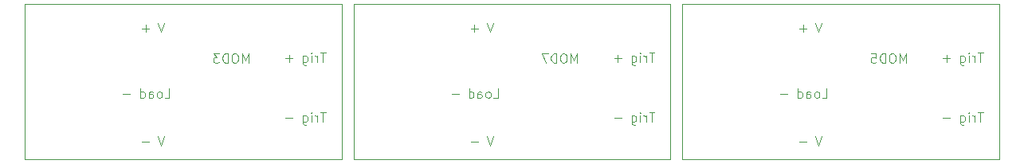
<source format=gbr>
%TF.GenerationSoftware,KiCad,Pcbnew,(7.0.0)*%
%TF.CreationDate,2023-05-30T23:08:45+10:00*%
%TF.ProjectId,spot-welder,73706f74-2d77-4656-9c64-65722e6b6963,rev?*%
%TF.SameCoordinates,Original*%
%TF.FileFunction,Legend,Bot*%
%TF.FilePolarity,Positive*%
%FSLAX46Y46*%
G04 Gerber Fmt 4.6, Leading zero omitted, Abs format (unit mm)*
G04 Created by KiCad (PCBNEW (7.0.0)) date 2023-05-30 23:08:45*
%MOMM*%
%LPD*%
G01*
G04 APERTURE LIST*
%ADD10C,0.100000*%
G04 APERTURE END LIST*
D10*
%TO.C,MOD3*%
X81208332Y-19552380D02*
X81208332Y-18552380D01*
X81208332Y-18552380D02*
X80874999Y-19266666D01*
X80874999Y-19266666D02*
X80541666Y-18552380D01*
X80541666Y-18552380D02*
X80541666Y-19552380D01*
X79874999Y-18552380D02*
X79684523Y-18552380D01*
X79684523Y-18552380D02*
X79589285Y-18600000D01*
X79589285Y-18600000D02*
X79494047Y-18695238D01*
X79494047Y-18695238D02*
X79446428Y-18885714D01*
X79446428Y-18885714D02*
X79446428Y-19219047D01*
X79446428Y-19219047D02*
X79494047Y-19409523D01*
X79494047Y-19409523D02*
X79589285Y-19504761D01*
X79589285Y-19504761D02*
X79684523Y-19552380D01*
X79684523Y-19552380D02*
X79874999Y-19552380D01*
X79874999Y-19552380D02*
X79970237Y-19504761D01*
X79970237Y-19504761D02*
X80065475Y-19409523D01*
X80065475Y-19409523D02*
X80113094Y-19219047D01*
X80113094Y-19219047D02*
X80113094Y-18885714D01*
X80113094Y-18885714D02*
X80065475Y-18695238D01*
X80065475Y-18695238D02*
X79970237Y-18600000D01*
X79970237Y-18600000D02*
X79874999Y-18552380D01*
X79017856Y-19552380D02*
X79017856Y-18552380D01*
X79017856Y-18552380D02*
X78779761Y-18552380D01*
X78779761Y-18552380D02*
X78636904Y-18600000D01*
X78636904Y-18600000D02*
X78541666Y-18695238D01*
X78541666Y-18695238D02*
X78494047Y-18790476D01*
X78494047Y-18790476D02*
X78446428Y-18980952D01*
X78446428Y-18980952D02*
X78446428Y-19123809D01*
X78446428Y-19123809D02*
X78494047Y-19314285D01*
X78494047Y-19314285D02*
X78541666Y-19409523D01*
X78541666Y-19409523D02*
X78636904Y-19504761D01*
X78636904Y-19504761D02*
X78779761Y-19552380D01*
X78779761Y-19552380D02*
X79017856Y-19552380D01*
X78113094Y-18552380D02*
X77494047Y-18552380D01*
X77494047Y-18552380D02*
X77827380Y-18933333D01*
X77827380Y-18933333D02*
X77684523Y-18933333D01*
X77684523Y-18933333D02*
X77589285Y-18980952D01*
X77589285Y-18980952D02*
X77541666Y-19028571D01*
X77541666Y-19028571D02*
X77494047Y-19123809D01*
X77494047Y-19123809D02*
X77494047Y-19361904D01*
X77494047Y-19361904D02*
X77541666Y-19457142D01*
X77541666Y-19457142D02*
X77589285Y-19504761D01*
X77589285Y-19504761D02*
X77684523Y-19552380D01*
X77684523Y-19552380D02*
X77970237Y-19552380D01*
X77970237Y-19552380D02*
X78065475Y-19504761D01*
X78065475Y-19504761D02*
X78113094Y-19457142D01*
X89439761Y-24817380D02*
X88868333Y-24817380D01*
X89154047Y-25817380D02*
X89154047Y-24817380D01*
X88534999Y-25817380D02*
X88534999Y-25150714D01*
X88534999Y-25341190D02*
X88487380Y-25245952D01*
X88487380Y-25245952D02*
X88439761Y-25198333D01*
X88439761Y-25198333D02*
X88344523Y-25150714D01*
X88344523Y-25150714D02*
X88249285Y-25150714D01*
X87915951Y-25817380D02*
X87915951Y-25150714D01*
X87915951Y-24817380D02*
X87963570Y-24865000D01*
X87963570Y-24865000D02*
X87915951Y-24912619D01*
X87915951Y-24912619D02*
X87868332Y-24865000D01*
X87868332Y-24865000D02*
X87915951Y-24817380D01*
X87915951Y-24817380D02*
X87915951Y-24912619D01*
X87011190Y-25150714D02*
X87011190Y-25960238D01*
X87011190Y-25960238D02*
X87058809Y-26055476D01*
X87058809Y-26055476D02*
X87106428Y-26103095D01*
X87106428Y-26103095D02*
X87201666Y-26150714D01*
X87201666Y-26150714D02*
X87344523Y-26150714D01*
X87344523Y-26150714D02*
X87439761Y-26103095D01*
X87011190Y-25769761D02*
X87106428Y-25817380D01*
X87106428Y-25817380D02*
X87296904Y-25817380D01*
X87296904Y-25817380D02*
X87392142Y-25769761D01*
X87392142Y-25769761D02*
X87439761Y-25722142D01*
X87439761Y-25722142D02*
X87487380Y-25626904D01*
X87487380Y-25626904D02*
X87487380Y-25341190D01*
X87487380Y-25341190D02*
X87439761Y-25245952D01*
X87439761Y-25245952D02*
X87392142Y-25198333D01*
X87392142Y-25198333D02*
X87296904Y-25150714D01*
X87296904Y-25150714D02*
X87106428Y-25150714D01*
X87106428Y-25150714D02*
X87011190Y-25198333D01*
X85934999Y-25436428D02*
X85173095Y-25436428D01*
X72310714Y-23277380D02*
X72786904Y-23277380D01*
X72786904Y-23277380D02*
X72786904Y-22277380D01*
X71834523Y-23277380D02*
X71929761Y-23229761D01*
X71929761Y-23229761D02*
X71977380Y-23182142D01*
X71977380Y-23182142D02*
X72024999Y-23086904D01*
X72024999Y-23086904D02*
X72024999Y-22801190D01*
X72024999Y-22801190D02*
X71977380Y-22705952D01*
X71977380Y-22705952D02*
X71929761Y-22658333D01*
X71929761Y-22658333D02*
X71834523Y-22610714D01*
X71834523Y-22610714D02*
X71691666Y-22610714D01*
X71691666Y-22610714D02*
X71596428Y-22658333D01*
X71596428Y-22658333D02*
X71548809Y-22705952D01*
X71548809Y-22705952D02*
X71501190Y-22801190D01*
X71501190Y-22801190D02*
X71501190Y-23086904D01*
X71501190Y-23086904D02*
X71548809Y-23182142D01*
X71548809Y-23182142D02*
X71596428Y-23229761D01*
X71596428Y-23229761D02*
X71691666Y-23277380D01*
X71691666Y-23277380D02*
X71834523Y-23277380D01*
X70644047Y-23277380D02*
X70644047Y-22753571D01*
X70644047Y-22753571D02*
X70691666Y-22658333D01*
X70691666Y-22658333D02*
X70786904Y-22610714D01*
X70786904Y-22610714D02*
X70977380Y-22610714D01*
X70977380Y-22610714D02*
X71072618Y-22658333D01*
X70644047Y-23229761D02*
X70739285Y-23277380D01*
X70739285Y-23277380D02*
X70977380Y-23277380D01*
X70977380Y-23277380D02*
X71072618Y-23229761D01*
X71072618Y-23229761D02*
X71120237Y-23134523D01*
X71120237Y-23134523D02*
X71120237Y-23039285D01*
X71120237Y-23039285D02*
X71072618Y-22944047D01*
X71072618Y-22944047D02*
X70977380Y-22896428D01*
X70977380Y-22896428D02*
X70739285Y-22896428D01*
X70739285Y-22896428D02*
X70644047Y-22848809D01*
X69739285Y-23277380D02*
X69739285Y-22277380D01*
X69739285Y-23229761D02*
X69834523Y-23277380D01*
X69834523Y-23277380D02*
X70024999Y-23277380D01*
X70024999Y-23277380D02*
X70120237Y-23229761D01*
X70120237Y-23229761D02*
X70167856Y-23182142D01*
X70167856Y-23182142D02*
X70215475Y-23086904D01*
X70215475Y-23086904D02*
X70215475Y-22801190D01*
X70215475Y-22801190D02*
X70167856Y-22705952D01*
X70167856Y-22705952D02*
X70120237Y-22658333D01*
X70120237Y-22658333D02*
X70024999Y-22610714D01*
X70024999Y-22610714D02*
X69834523Y-22610714D01*
X69834523Y-22610714D02*
X69739285Y-22658333D01*
X68663094Y-22896428D02*
X67901190Y-22896428D01*
X72294761Y-27357380D02*
X71961428Y-28357380D01*
X71961428Y-28357380D02*
X71628095Y-27357380D01*
X70694761Y-27976428D02*
X69932857Y-27976428D01*
X89439761Y-18467380D02*
X88868333Y-18467380D01*
X89154047Y-19467380D02*
X89154047Y-18467380D01*
X88534999Y-19467380D02*
X88534999Y-18800714D01*
X88534999Y-18991190D02*
X88487380Y-18895952D01*
X88487380Y-18895952D02*
X88439761Y-18848333D01*
X88439761Y-18848333D02*
X88344523Y-18800714D01*
X88344523Y-18800714D02*
X88249285Y-18800714D01*
X87915951Y-19467380D02*
X87915951Y-18800714D01*
X87915951Y-18467380D02*
X87963570Y-18515000D01*
X87963570Y-18515000D02*
X87915951Y-18562619D01*
X87915951Y-18562619D02*
X87868332Y-18515000D01*
X87868332Y-18515000D02*
X87915951Y-18467380D01*
X87915951Y-18467380D02*
X87915951Y-18562619D01*
X87011190Y-18800714D02*
X87011190Y-19610238D01*
X87011190Y-19610238D02*
X87058809Y-19705476D01*
X87058809Y-19705476D02*
X87106428Y-19753095D01*
X87106428Y-19753095D02*
X87201666Y-19800714D01*
X87201666Y-19800714D02*
X87344523Y-19800714D01*
X87344523Y-19800714D02*
X87439761Y-19753095D01*
X87011190Y-19419761D02*
X87106428Y-19467380D01*
X87106428Y-19467380D02*
X87296904Y-19467380D01*
X87296904Y-19467380D02*
X87392142Y-19419761D01*
X87392142Y-19419761D02*
X87439761Y-19372142D01*
X87439761Y-19372142D02*
X87487380Y-19276904D01*
X87487380Y-19276904D02*
X87487380Y-18991190D01*
X87487380Y-18991190D02*
X87439761Y-18895952D01*
X87439761Y-18895952D02*
X87392142Y-18848333D01*
X87392142Y-18848333D02*
X87296904Y-18800714D01*
X87296904Y-18800714D02*
X87106428Y-18800714D01*
X87106428Y-18800714D02*
X87011190Y-18848333D01*
X85934999Y-19086428D02*
X85173095Y-19086428D01*
X85554047Y-19467380D02*
X85554047Y-18705476D01*
X72294761Y-15292380D02*
X71961428Y-16292380D01*
X71961428Y-16292380D02*
X71628095Y-15292380D01*
X70694761Y-15911428D02*
X69932857Y-15911428D01*
X70313809Y-16292380D02*
X70313809Y-15530476D01*
%TO.C,MOD7*%
X116133332Y-19552380D02*
X116133332Y-18552380D01*
X116133332Y-18552380D02*
X115799999Y-19266666D01*
X115799999Y-19266666D02*
X115466666Y-18552380D01*
X115466666Y-18552380D02*
X115466666Y-19552380D01*
X114799999Y-18552380D02*
X114609523Y-18552380D01*
X114609523Y-18552380D02*
X114514285Y-18600000D01*
X114514285Y-18600000D02*
X114419047Y-18695238D01*
X114419047Y-18695238D02*
X114371428Y-18885714D01*
X114371428Y-18885714D02*
X114371428Y-19219047D01*
X114371428Y-19219047D02*
X114419047Y-19409523D01*
X114419047Y-19409523D02*
X114514285Y-19504761D01*
X114514285Y-19504761D02*
X114609523Y-19552380D01*
X114609523Y-19552380D02*
X114799999Y-19552380D01*
X114799999Y-19552380D02*
X114895237Y-19504761D01*
X114895237Y-19504761D02*
X114990475Y-19409523D01*
X114990475Y-19409523D02*
X115038094Y-19219047D01*
X115038094Y-19219047D02*
X115038094Y-18885714D01*
X115038094Y-18885714D02*
X114990475Y-18695238D01*
X114990475Y-18695238D02*
X114895237Y-18600000D01*
X114895237Y-18600000D02*
X114799999Y-18552380D01*
X113942856Y-19552380D02*
X113942856Y-18552380D01*
X113942856Y-18552380D02*
X113704761Y-18552380D01*
X113704761Y-18552380D02*
X113561904Y-18600000D01*
X113561904Y-18600000D02*
X113466666Y-18695238D01*
X113466666Y-18695238D02*
X113419047Y-18790476D01*
X113419047Y-18790476D02*
X113371428Y-18980952D01*
X113371428Y-18980952D02*
X113371428Y-19123809D01*
X113371428Y-19123809D02*
X113419047Y-19314285D01*
X113419047Y-19314285D02*
X113466666Y-19409523D01*
X113466666Y-19409523D02*
X113561904Y-19504761D01*
X113561904Y-19504761D02*
X113704761Y-19552380D01*
X113704761Y-19552380D02*
X113942856Y-19552380D01*
X113038094Y-18552380D02*
X112371428Y-18552380D01*
X112371428Y-18552380D02*
X112799999Y-19552380D01*
X124364761Y-24817380D02*
X123793333Y-24817380D01*
X124079047Y-25817380D02*
X124079047Y-24817380D01*
X123459999Y-25817380D02*
X123459999Y-25150714D01*
X123459999Y-25341190D02*
X123412380Y-25245952D01*
X123412380Y-25245952D02*
X123364761Y-25198333D01*
X123364761Y-25198333D02*
X123269523Y-25150714D01*
X123269523Y-25150714D02*
X123174285Y-25150714D01*
X122840951Y-25817380D02*
X122840951Y-25150714D01*
X122840951Y-24817380D02*
X122888570Y-24865000D01*
X122888570Y-24865000D02*
X122840951Y-24912619D01*
X122840951Y-24912619D02*
X122793332Y-24865000D01*
X122793332Y-24865000D02*
X122840951Y-24817380D01*
X122840951Y-24817380D02*
X122840951Y-24912619D01*
X121936190Y-25150714D02*
X121936190Y-25960238D01*
X121936190Y-25960238D02*
X121983809Y-26055476D01*
X121983809Y-26055476D02*
X122031428Y-26103095D01*
X122031428Y-26103095D02*
X122126666Y-26150714D01*
X122126666Y-26150714D02*
X122269523Y-26150714D01*
X122269523Y-26150714D02*
X122364761Y-26103095D01*
X121936190Y-25769761D02*
X122031428Y-25817380D01*
X122031428Y-25817380D02*
X122221904Y-25817380D01*
X122221904Y-25817380D02*
X122317142Y-25769761D01*
X122317142Y-25769761D02*
X122364761Y-25722142D01*
X122364761Y-25722142D02*
X122412380Y-25626904D01*
X122412380Y-25626904D02*
X122412380Y-25341190D01*
X122412380Y-25341190D02*
X122364761Y-25245952D01*
X122364761Y-25245952D02*
X122317142Y-25198333D01*
X122317142Y-25198333D02*
X122221904Y-25150714D01*
X122221904Y-25150714D02*
X122031428Y-25150714D01*
X122031428Y-25150714D02*
X121936190Y-25198333D01*
X120859999Y-25436428D02*
X120098095Y-25436428D01*
X107235714Y-23277380D02*
X107711904Y-23277380D01*
X107711904Y-23277380D02*
X107711904Y-22277380D01*
X106759523Y-23277380D02*
X106854761Y-23229761D01*
X106854761Y-23229761D02*
X106902380Y-23182142D01*
X106902380Y-23182142D02*
X106949999Y-23086904D01*
X106949999Y-23086904D02*
X106949999Y-22801190D01*
X106949999Y-22801190D02*
X106902380Y-22705952D01*
X106902380Y-22705952D02*
X106854761Y-22658333D01*
X106854761Y-22658333D02*
X106759523Y-22610714D01*
X106759523Y-22610714D02*
X106616666Y-22610714D01*
X106616666Y-22610714D02*
X106521428Y-22658333D01*
X106521428Y-22658333D02*
X106473809Y-22705952D01*
X106473809Y-22705952D02*
X106426190Y-22801190D01*
X106426190Y-22801190D02*
X106426190Y-23086904D01*
X106426190Y-23086904D02*
X106473809Y-23182142D01*
X106473809Y-23182142D02*
X106521428Y-23229761D01*
X106521428Y-23229761D02*
X106616666Y-23277380D01*
X106616666Y-23277380D02*
X106759523Y-23277380D01*
X105569047Y-23277380D02*
X105569047Y-22753571D01*
X105569047Y-22753571D02*
X105616666Y-22658333D01*
X105616666Y-22658333D02*
X105711904Y-22610714D01*
X105711904Y-22610714D02*
X105902380Y-22610714D01*
X105902380Y-22610714D02*
X105997618Y-22658333D01*
X105569047Y-23229761D02*
X105664285Y-23277380D01*
X105664285Y-23277380D02*
X105902380Y-23277380D01*
X105902380Y-23277380D02*
X105997618Y-23229761D01*
X105997618Y-23229761D02*
X106045237Y-23134523D01*
X106045237Y-23134523D02*
X106045237Y-23039285D01*
X106045237Y-23039285D02*
X105997618Y-22944047D01*
X105997618Y-22944047D02*
X105902380Y-22896428D01*
X105902380Y-22896428D02*
X105664285Y-22896428D01*
X105664285Y-22896428D02*
X105569047Y-22848809D01*
X104664285Y-23277380D02*
X104664285Y-22277380D01*
X104664285Y-23229761D02*
X104759523Y-23277380D01*
X104759523Y-23277380D02*
X104949999Y-23277380D01*
X104949999Y-23277380D02*
X105045237Y-23229761D01*
X105045237Y-23229761D02*
X105092856Y-23182142D01*
X105092856Y-23182142D02*
X105140475Y-23086904D01*
X105140475Y-23086904D02*
X105140475Y-22801190D01*
X105140475Y-22801190D02*
X105092856Y-22705952D01*
X105092856Y-22705952D02*
X105045237Y-22658333D01*
X105045237Y-22658333D02*
X104949999Y-22610714D01*
X104949999Y-22610714D02*
X104759523Y-22610714D01*
X104759523Y-22610714D02*
X104664285Y-22658333D01*
X103588094Y-22896428D02*
X102826190Y-22896428D01*
X107219761Y-15292380D02*
X106886428Y-16292380D01*
X106886428Y-16292380D02*
X106553095Y-15292380D01*
X105619761Y-15911428D02*
X104857857Y-15911428D01*
X105238809Y-16292380D02*
X105238809Y-15530476D01*
X124364761Y-18467380D02*
X123793333Y-18467380D01*
X124079047Y-19467380D02*
X124079047Y-18467380D01*
X123459999Y-19467380D02*
X123459999Y-18800714D01*
X123459999Y-18991190D02*
X123412380Y-18895952D01*
X123412380Y-18895952D02*
X123364761Y-18848333D01*
X123364761Y-18848333D02*
X123269523Y-18800714D01*
X123269523Y-18800714D02*
X123174285Y-18800714D01*
X122840951Y-19467380D02*
X122840951Y-18800714D01*
X122840951Y-18467380D02*
X122888570Y-18515000D01*
X122888570Y-18515000D02*
X122840951Y-18562619D01*
X122840951Y-18562619D02*
X122793332Y-18515000D01*
X122793332Y-18515000D02*
X122840951Y-18467380D01*
X122840951Y-18467380D02*
X122840951Y-18562619D01*
X121936190Y-18800714D02*
X121936190Y-19610238D01*
X121936190Y-19610238D02*
X121983809Y-19705476D01*
X121983809Y-19705476D02*
X122031428Y-19753095D01*
X122031428Y-19753095D02*
X122126666Y-19800714D01*
X122126666Y-19800714D02*
X122269523Y-19800714D01*
X122269523Y-19800714D02*
X122364761Y-19753095D01*
X121936190Y-19419761D02*
X122031428Y-19467380D01*
X122031428Y-19467380D02*
X122221904Y-19467380D01*
X122221904Y-19467380D02*
X122317142Y-19419761D01*
X122317142Y-19419761D02*
X122364761Y-19372142D01*
X122364761Y-19372142D02*
X122412380Y-19276904D01*
X122412380Y-19276904D02*
X122412380Y-18991190D01*
X122412380Y-18991190D02*
X122364761Y-18895952D01*
X122364761Y-18895952D02*
X122317142Y-18848333D01*
X122317142Y-18848333D02*
X122221904Y-18800714D01*
X122221904Y-18800714D02*
X122031428Y-18800714D01*
X122031428Y-18800714D02*
X121936190Y-18848333D01*
X120859999Y-19086428D02*
X120098095Y-19086428D01*
X120479047Y-19467380D02*
X120479047Y-18705476D01*
X107219761Y-27357380D02*
X106886428Y-28357380D01*
X106886428Y-28357380D02*
X106553095Y-27357380D01*
X105619761Y-27976428D02*
X104857857Y-27976428D01*
%TO.C,MOD5*%
X151058332Y-19552380D02*
X151058332Y-18552380D01*
X151058332Y-18552380D02*
X150724999Y-19266666D01*
X150724999Y-19266666D02*
X150391666Y-18552380D01*
X150391666Y-18552380D02*
X150391666Y-19552380D01*
X149724999Y-18552380D02*
X149534523Y-18552380D01*
X149534523Y-18552380D02*
X149439285Y-18600000D01*
X149439285Y-18600000D02*
X149344047Y-18695238D01*
X149344047Y-18695238D02*
X149296428Y-18885714D01*
X149296428Y-18885714D02*
X149296428Y-19219047D01*
X149296428Y-19219047D02*
X149344047Y-19409523D01*
X149344047Y-19409523D02*
X149439285Y-19504761D01*
X149439285Y-19504761D02*
X149534523Y-19552380D01*
X149534523Y-19552380D02*
X149724999Y-19552380D01*
X149724999Y-19552380D02*
X149820237Y-19504761D01*
X149820237Y-19504761D02*
X149915475Y-19409523D01*
X149915475Y-19409523D02*
X149963094Y-19219047D01*
X149963094Y-19219047D02*
X149963094Y-18885714D01*
X149963094Y-18885714D02*
X149915475Y-18695238D01*
X149915475Y-18695238D02*
X149820237Y-18600000D01*
X149820237Y-18600000D02*
X149724999Y-18552380D01*
X148867856Y-19552380D02*
X148867856Y-18552380D01*
X148867856Y-18552380D02*
X148629761Y-18552380D01*
X148629761Y-18552380D02*
X148486904Y-18600000D01*
X148486904Y-18600000D02*
X148391666Y-18695238D01*
X148391666Y-18695238D02*
X148344047Y-18790476D01*
X148344047Y-18790476D02*
X148296428Y-18980952D01*
X148296428Y-18980952D02*
X148296428Y-19123809D01*
X148296428Y-19123809D02*
X148344047Y-19314285D01*
X148344047Y-19314285D02*
X148391666Y-19409523D01*
X148391666Y-19409523D02*
X148486904Y-19504761D01*
X148486904Y-19504761D02*
X148629761Y-19552380D01*
X148629761Y-19552380D02*
X148867856Y-19552380D01*
X147391666Y-18552380D02*
X147867856Y-18552380D01*
X147867856Y-18552380D02*
X147915475Y-19028571D01*
X147915475Y-19028571D02*
X147867856Y-18980952D01*
X147867856Y-18980952D02*
X147772618Y-18933333D01*
X147772618Y-18933333D02*
X147534523Y-18933333D01*
X147534523Y-18933333D02*
X147439285Y-18980952D01*
X147439285Y-18980952D02*
X147391666Y-19028571D01*
X147391666Y-19028571D02*
X147344047Y-19123809D01*
X147344047Y-19123809D02*
X147344047Y-19361904D01*
X147344047Y-19361904D02*
X147391666Y-19457142D01*
X147391666Y-19457142D02*
X147439285Y-19504761D01*
X147439285Y-19504761D02*
X147534523Y-19552380D01*
X147534523Y-19552380D02*
X147772618Y-19552380D01*
X147772618Y-19552380D02*
X147867856Y-19504761D01*
X147867856Y-19504761D02*
X147915475Y-19457142D01*
X142144761Y-15292380D02*
X141811428Y-16292380D01*
X141811428Y-16292380D02*
X141478095Y-15292380D01*
X140544761Y-15911428D02*
X139782857Y-15911428D01*
X140163809Y-16292380D02*
X140163809Y-15530476D01*
X142160714Y-23277380D02*
X142636904Y-23277380D01*
X142636904Y-23277380D02*
X142636904Y-22277380D01*
X141684523Y-23277380D02*
X141779761Y-23229761D01*
X141779761Y-23229761D02*
X141827380Y-23182142D01*
X141827380Y-23182142D02*
X141874999Y-23086904D01*
X141874999Y-23086904D02*
X141874999Y-22801190D01*
X141874999Y-22801190D02*
X141827380Y-22705952D01*
X141827380Y-22705952D02*
X141779761Y-22658333D01*
X141779761Y-22658333D02*
X141684523Y-22610714D01*
X141684523Y-22610714D02*
X141541666Y-22610714D01*
X141541666Y-22610714D02*
X141446428Y-22658333D01*
X141446428Y-22658333D02*
X141398809Y-22705952D01*
X141398809Y-22705952D02*
X141351190Y-22801190D01*
X141351190Y-22801190D02*
X141351190Y-23086904D01*
X141351190Y-23086904D02*
X141398809Y-23182142D01*
X141398809Y-23182142D02*
X141446428Y-23229761D01*
X141446428Y-23229761D02*
X141541666Y-23277380D01*
X141541666Y-23277380D02*
X141684523Y-23277380D01*
X140494047Y-23277380D02*
X140494047Y-22753571D01*
X140494047Y-22753571D02*
X140541666Y-22658333D01*
X140541666Y-22658333D02*
X140636904Y-22610714D01*
X140636904Y-22610714D02*
X140827380Y-22610714D01*
X140827380Y-22610714D02*
X140922618Y-22658333D01*
X140494047Y-23229761D02*
X140589285Y-23277380D01*
X140589285Y-23277380D02*
X140827380Y-23277380D01*
X140827380Y-23277380D02*
X140922618Y-23229761D01*
X140922618Y-23229761D02*
X140970237Y-23134523D01*
X140970237Y-23134523D02*
X140970237Y-23039285D01*
X140970237Y-23039285D02*
X140922618Y-22944047D01*
X140922618Y-22944047D02*
X140827380Y-22896428D01*
X140827380Y-22896428D02*
X140589285Y-22896428D01*
X140589285Y-22896428D02*
X140494047Y-22848809D01*
X139589285Y-23277380D02*
X139589285Y-22277380D01*
X139589285Y-23229761D02*
X139684523Y-23277380D01*
X139684523Y-23277380D02*
X139874999Y-23277380D01*
X139874999Y-23277380D02*
X139970237Y-23229761D01*
X139970237Y-23229761D02*
X140017856Y-23182142D01*
X140017856Y-23182142D02*
X140065475Y-23086904D01*
X140065475Y-23086904D02*
X140065475Y-22801190D01*
X140065475Y-22801190D02*
X140017856Y-22705952D01*
X140017856Y-22705952D02*
X139970237Y-22658333D01*
X139970237Y-22658333D02*
X139874999Y-22610714D01*
X139874999Y-22610714D02*
X139684523Y-22610714D01*
X139684523Y-22610714D02*
X139589285Y-22658333D01*
X138513094Y-22896428D02*
X137751190Y-22896428D01*
X159289761Y-24817380D02*
X158718333Y-24817380D01*
X159004047Y-25817380D02*
X159004047Y-24817380D01*
X158384999Y-25817380D02*
X158384999Y-25150714D01*
X158384999Y-25341190D02*
X158337380Y-25245952D01*
X158337380Y-25245952D02*
X158289761Y-25198333D01*
X158289761Y-25198333D02*
X158194523Y-25150714D01*
X158194523Y-25150714D02*
X158099285Y-25150714D01*
X157765951Y-25817380D02*
X157765951Y-25150714D01*
X157765951Y-24817380D02*
X157813570Y-24865000D01*
X157813570Y-24865000D02*
X157765951Y-24912619D01*
X157765951Y-24912619D02*
X157718332Y-24865000D01*
X157718332Y-24865000D02*
X157765951Y-24817380D01*
X157765951Y-24817380D02*
X157765951Y-24912619D01*
X156861190Y-25150714D02*
X156861190Y-25960238D01*
X156861190Y-25960238D02*
X156908809Y-26055476D01*
X156908809Y-26055476D02*
X156956428Y-26103095D01*
X156956428Y-26103095D02*
X157051666Y-26150714D01*
X157051666Y-26150714D02*
X157194523Y-26150714D01*
X157194523Y-26150714D02*
X157289761Y-26103095D01*
X156861190Y-25769761D02*
X156956428Y-25817380D01*
X156956428Y-25817380D02*
X157146904Y-25817380D01*
X157146904Y-25817380D02*
X157242142Y-25769761D01*
X157242142Y-25769761D02*
X157289761Y-25722142D01*
X157289761Y-25722142D02*
X157337380Y-25626904D01*
X157337380Y-25626904D02*
X157337380Y-25341190D01*
X157337380Y-25341190D02*
X157289761Y-25245952D01*
X157289761Y-25245952D02*
X157242142Y-25198333D01*
X157242142Y-25198333D02*
X157146904Y-25150714D01*
X157146904Y-25150714D02*
X156956428Y-25150714D01*
X156956428Y-25150714D02*
X156861190Y-25198333D01*
X155784999Y-25436428D02*
X155023095Y-25436428D01*
X142144761Y-27357380D02*
X141811428Y-28357380D01*
X141811428Y-28357380D02*
X141478095Y-27357380D01*
X140544761Y-27976428D02*
X139782857Y-27976428D01*
X159289761Y-18467380D02*
X158718333Y-18467380D01*
X159004047Y-19467380D02*
X159004047Y-18467380D01*
X158384999Y-19467380D02*
X158384999Y-18800714D01*
X158384999Y-18991190D02*
X158337380Y-18895952D01*
X158337380Y-18895952D02*
X158289761Y-18848333D01*
X158289761Y-18848333D02*
X158194523Y-18800714D01*
X158194523Y-18800714D02*
X158099285Y-18800714D01*
X157765951Y-19467380D02*
X157765951Y-18800714D01*
X157765951Y-18467380D02*
X157813570Y-18515000D01*
X157813570Y-18515000D02*
X157765951Y-18562619D01*
X157765951Y-18562619D02*
X157718332Y-18515000D01*
X157718332Y-18515000D02*
X157765951Y-18467380D01*
X157765951Y-18467380D02*
X157765951Y-18562619D01*
X156861190Y-18800714D02*
X156861190Y-19610238D01*
X156861190Y-19610238D02*
X156908809Y-19705476D01*
X156908809Y-19705476D02*
X156956428Y-19753095D01*
X156956428Y-19753095D02*
X157051666Y-19800714D01*
X157051666Y-19800714D02*
X157194523Y-19800714D01*
X157194523Y-19800714D02*
X157289761Y-19753095D01*
X156861190Y-19419761D02*
X156956428Y-19467380D01*
X156956428Y-19467380D02*
X157146904Y-19467380D01*
X157146904Y-19467380D02*
X157242142Y-19419761D01*
X157242142Y-19419761D02*
X157289761Y-19372142D01*
X157289761Y-19372142D02*
X157337380Y-19276904D01*
X157337380Y-19276904D02*
X157337380Y-18991190D01*
X157337380Y-18991190D02*
X157289761Y-18895952D01*
X157289761Y-18895952D02*
X157242142Y-18848333D01*
X157242142Y-18848333D02*
X157146904Y-18800714D01*
X157146904Y-18800714D02*
X156956428Y-18800714D01*
X156956428Y-18800714D02*
X156861190Y-18848333D01*
X155784999Y-19086428D02*
X155023095Y-19086428D01*
X155404047Y-19467380D02*
X155404047Y-18705476D01*
%TO.C,MOD3*%
X91122500Y-13335000D02*
X57467500Y-13335000D01*
X57467500Y-13335000D02*
X57467500Y-29845000D01*
X57467500Y-29845000D02*
X91122500Y-29845000D01*
X91122500Y-29845000D02*
X91122500Y-13335000D01*
%TO.C,MOD7*%
X126047500Y-13335000D02*
X92392500Y-13335000D01*
X92392500Y-13335000D02*
X92392500Y-29845000D01*
X92392500Y-29845000D02*
X126047500Y-29845000D01*
X126047500Y-29845000D02*
X126047500Y-13335000D01*
%TO.C,MOD5*%
X160972500Y-13335000D02*
X127317500Y-13335000D01*
X127317500Y-13335000D02*
X127317500Y-29845000D01*
X127317500Y-29845000D02*
X160972500Y-29845000D01*
X160972500Y-29845000D02*
X160972500Y-13335000D01*
%TD*%
M02*

</source>
